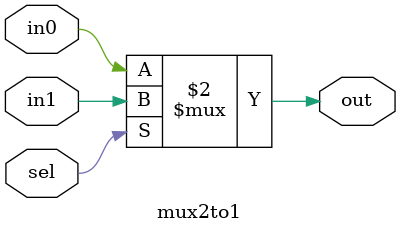
<source format=v>

module mux_tree(
    input wire sel,
    input wire a,
    input wire b,
    input wire c,
    input wire d,
    output wire y
);
    wire x0, x1;
    mux2to1 mux0 (.in0(a), .in1(b), .sel(c), .out(x0));
    mux2to1 mux1 (.in0(a), .in1(b), .sel(d), .out(x1));
    mux2to1 mux2 (.in0(x0), .in1(x1), .sel(sel), .out(y));
endmodule

// 2-to-1 Multiplexer Module
module mux2to1(
    input wire in0,
    input wire in1,
    input wire sel,
    output reg out
);
    always @(*) begin
        out = sel ? in1 : in0; // Use ternary operator for clarity
    end
endmodule
</source>
